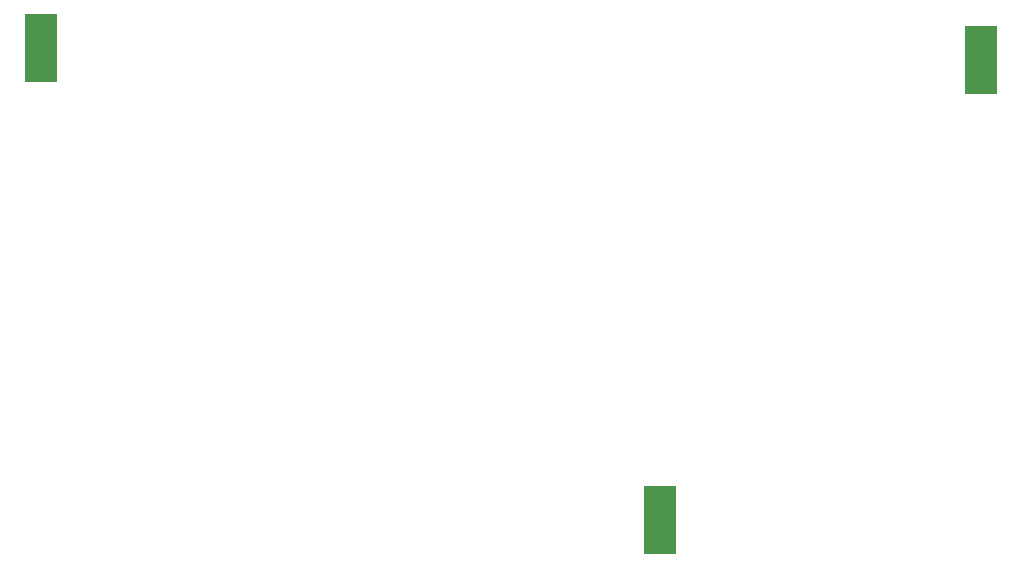
<source format=gbs>
G04*
G04 #@! TF.GenerationSoftware,Altium Limited,Altium Designer,19.0.10 (269)*
G04*
G04 Layer_Color=16711935*
%FSLAX42Y42*%
%MOMM*%
G71*
G01*
G75*
%ADD28R,2.74X5.79*%
D28*
X8877Y3721D02*
D03*
X11595Y7620D02*
D03*
X3632Y7722D02*
D03*
M02*

</source>
